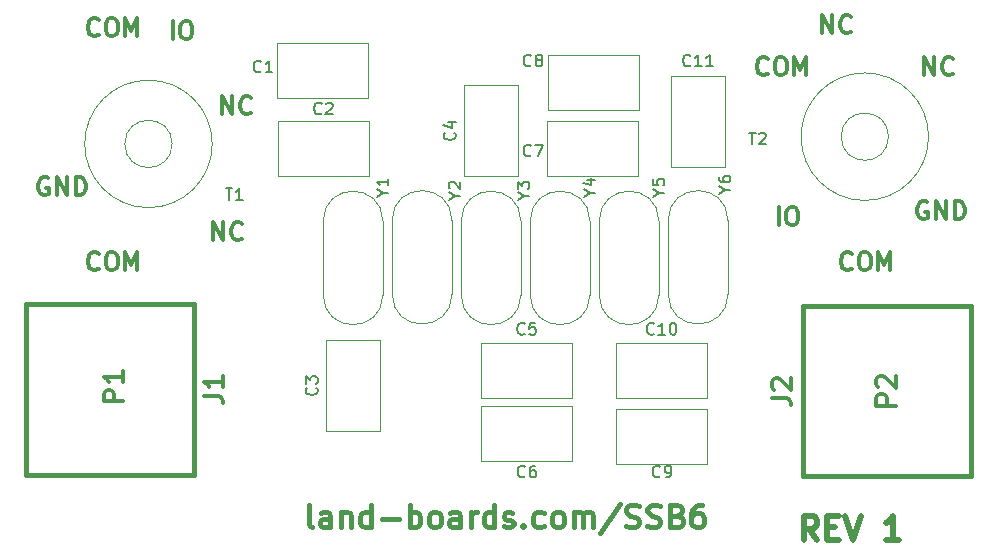
<source format=gbr>
G04 #@! TF.GenerationSoftware,KiCad,Pcbnew,(5.1.10)-1*
G04 #@! TF.CreationDate,2021-08-30T15:41:29-04:00*
G04 #@! TF.ProjectId,SSB6,53534236-2e6b-4696-9361-645f70636258,1*
G04 #@! TF.SameCoordinates,Original*
G04 #@! TF.FileFunction,Legend,Top*
G04 #@! TF.FilePolarity,Positive*
%FSLAX46Y46*%
G04 Gerber Fmt 4.6, Leading zero omitted, Abs format (unit mm)*
G04 Created by KiCad (PCBNEW (5.1.10)-1) date 2021-08-30 15:41:29*
%MOMM*%
%LPD*%
G01*
G04 APERTURE LIST*
%ADD10C,0.304800*%
%ADD11C,0.500000*%
%ADD12C,0.412750*%
%ADD13C,0.381000*%
%ADD14C,0.120000*%
%ADD15C,0.150000*%
G04 APERTURE END LIST*
D10*
X48860571Y-55311828D02*
X48860571Y-53787828D01*
X49731428Y-55311828D01*
X49731428Y-53787828D01*
X51328000Y-55166685D02*
X51255428Y-55239257D01*
X51037714Y-55311828D01*
X50892571Y-55311828D01*
X50674857Y-55239257D01*
X50529714Y-55094114D01*
X50457142Y-54948971D01*
X50384571Y-54658685D01*
X50384571Y-54440971D01*
X50457142Y-54150685D01*
X50529714Y-54005542D01*
X50674857Y-53860400D01*
X50892571Y-53787828D01*
X51037714Y-53787828D01*
X51255428Y-53860400D01*
X51328000Y-53932971D01*
X48098571Y-65979828D02*
X48098571Y-64455828D01*
X48969428Y-65979828D01*
X48969428Y-64455828D01*
X50566000Y-65834685D02*
X50493428Y-65907257D01*
X50275714Y-65979828D01*
X50130571Y-65979828D01*
X49912857Y-65907257D01*
X49767714Y-65762114D01*
X49695142Y-65616971D01*
X49622571Y-65326685D01*
X49622571Y-65108971D01*
X49695142Y-64818685D01*
X49767714Y-64673542D01*
X49912857Y-64528400D01*
X50130571Y-64455828D01*
X50275714Y-64455828D01*
X50493428Y-64528400D01*
X50566000Y-64600971D01*
X99660571Y-48453828D02*
X99660571Y-46929828D01*
X100531428Y-48453828D01*
X100531428Y-46929828D01*
X102128000Y-48308685D02*
X102055428Y-48381257D01*
X101837714Y-48453828D01*
X101692571Y-48453828D01*
X101474857Y-48381257D01*
X101329714Y-48236114D01*
X101257142Y-48090971D01*
X101184571Y-47800685D01*
X101184571Y-47582971D01*
X101257142Y-47292685D01*
X101329714Y-47147542D01*
X101474857Y-47002400D01*
X101692571Y-46929828D01*
X101837714Y-46929828D01*
X102055428Y-47002400D01*
X102128000Y-47074971D01*
X108296571Y-52009828D02*
X108296571Y-50485828D01*
X109167428Y-52009828D01*
X109167428Y-50485828D01*
X110764000Y-51864685D02*
X110691428Y-51937257D01*
X110473714Y-52009828D01*
X110328571Y-52009828D01*
X110110857Y-51937257D01*
X109965714Y-51792114D01*
X109893142Y-51646971D01*
X109820571Y-51356685D01*
X109820571Y-51138971D01*
X109893142Y-50848685D01*
X109965714Y-50703542D01*
X110110857Y-50558400D01*
X110328571Y-50485828D01*
X110473714Y-50485828D01*
X110691428Y-50558400D01*
X110764000Y-50630971D01*
X34164857Y-60718400D02*
X34019714Y-60645828D01*
X33802000Y-60645828D01*
X33584285Y-60718400D01*
X33439142Y-60863542D01*
X33366571Y-61008685D01*
X33294000Y-61298971D01*
X33294000Y-61516685D01*
X33366571Y-61806971D01*
X33439142Y-61952114D01*
X33584285Y-62097257D01*
X33802000Y-62169828D01*
X33947142Y-62169828D01*
X34164857Y-62097257D01*
X34237428Y-62024685D01*
X34237428Y-61516685D01*
X33947142Y-61516685D01*
X34890571Y-62169828D02*
X34890571Y-60645828D01*
X35761428Y-62169828D01*
X35761428Y-60645828D01*
X36487142Y-62169828D02*
X36487142Y-60645828D01*
X36850000Y-60645828D01*
X37067714Y-60718400D01*
X37212857Y-60863542D01*
X37285428Y-61008685D01*
X37358000Y-61298971D01*
X37358000Y-61516685D01*
X37285428Y-61806971D01*
X37212857Y-61952114D01*
X37067714Y-62097257D01*
X36850000Y-62169828D01*
X36487142Y-62169828D01*
X44687714Y-48961828D02*
X44687714Y-47437828D01*
X45703714Y-47437828D02*
X45994000Y-47437828D01*
X46139142Y-47510400D01*
X46284285Y-47655542D01*
X46356857Y-47945828D01*
X46356857Y-48453828D01*
X46284285Y-48744114D01*
X46139142Y-48889257D01*
X45994000Y-48961828D01*
X45703714Y-48961828D01*
X45558571Y-48889257D01*
X45413428Y-48744114D01*
X45340857Y-48453828D01*
X45340857Y-47945828D01*
X45413428Y-47655542D01*
X45558571Y-47510400D01*
X45703714Y-47437828D01*
X38446571Y-68374685D02*
X38374000Y-68447257D01*
X38156285Y-68519828D01*
X38011142Y-68519828D01*
X37793428Y-68447257D01*
X37648285Y-68302114D01*
X37575714Y-68156971D01*
X37503142Y-67866685D01*
X37503142Y-67648971D01*
X37575714Y-67358685D01*
X37648285Y-67213542D01*
X37793428Y-67068400D01*
X38011142Y-66995828D01*
X38156285Y-66995828D01*
X38374000Y-67068400D01*
X38446571Y-67140971D01*
X39390000Y-66995828D02*
X39680285Y-66995828D01*
X39825428Y-67068400D01*
X39970571Y-67213542D01*
X40043142Y-67503828D01*
X40043142Y-68011828D01*
X39970571Y-68302114D01*
X39825428Y-68447257D01*
X39680285Y-68519828D01*
X39390000Y-68519828D01*
X39244857Y-68447257D01*
X39099714Y-68302114D01*
X39027142Y-68011828D01*
X39027142Y-67503828D01*
X39099714Y-67213542D01*
X39244857Y-67068400D01*
X39390000Y-66995828D01*
X40696285Y-68519828D02*
X40696285Y-66995828D01*
X41204285Y-68084400D01*
X41712285Y-66995828D01*
X41712285Y-68519828D01*
X38446571Y-48562685D02*
X38374000Y-48635257D01*
X38156285Y-48707828D01*
X38011142Y-48707828D01*
X37793428Y-48635257D01*
X37648285Y-48490114D01*
X37575714Y-48344971D01*
X37503142Y-48054685D01*
X37503142Y-47836971D01*
X37575714Y-47546685D01*
X37648285Y-47401542D01*
X37793428Y-47256400D01*
X38011142Y-47183828D01*
X38156285Y-47183828D01*
X38374000Y-47256400D01*
X38446571Y-47328971D01*
X39390000Y-47183828D02*
X39680285Y-47183828D01*
X39825428Y-47256400D01*
X39970571Y-47401542D01*
X40043142Y-47691828D01*
X40043142Y-48199828D01*
X39970571Y-48490114D01*
X39825428Y-48635257D01*
X39680285Y-48707828D01*
X39390000Y-48707828D01*
X39244857Y-48635257D01*
X39099714Y-48490114D01*
X39027142Y-48199828D01*
X39027142Y-47691828D01*
X39099714Y-47401542D01*
X39244857Y-47256400D01*
X39390000Y-47183828D01*
X40696285Y-48707828D02*
X40696285Y-47183828D01*
X41204285Y-48272400D01*
X41712285Y-47183828D01*
X41712285Y-48707828D01*
X95088571Y-51864685D02*
X95016000Y-51937257D01*
X94798285Y-52009828D01*
X94653142Y-52009828D01*
X94435428Y-51937257D01*
X94290285Y-51792114D01*
X94217714Y-51646971D01*
X94145142Y-51356685D01*
X94145142Y-51138971D01*
X94217714Y-50848685D01*
X94290285Y-50703542D01*
X94435428Y-50558400D01*
X94653142Y-50485828D01*
X94798285Y-50485828D01*
X95016000Y-50558400D01*
X95088571Y-50630971D01*
X96032000Y-50485828D02*
X96322285Y-50485828D01*
X96467428Y-50558400D01*
X96612571Y-50703542D01*
X96685142Y-50993828D01*
X96685142Y-51501828D01*
X96612571Y-51792114D01*
X96467428Y-51937257D01*
X96322285Y-52009828D01*
X96032000Y-52009828D01*
X95886857Y-51937257D01*
X95741714Y-51792114D01*
X95669142Y-51501828D01*
X95669142Y-50993828D01*
X95741714Y-50703542D01*
X95886857Y-50558400D01*
X96032000Y-50485828D01*
X97338285Y-52009828D02*
X97338285Y-50485828D01*
X97846285Y-51574400D01*
X98354285Y-50485828D01*
X98354285Y-52009828D01*
X95995714Y-64709828D02*
X95995714Y-63185828D01*
X97011714Y-63185828D02*
X97302000Y-63185828D01*
X97447142Y-63258400D01*
X97592285Y-63403542D01*
X97664857Y-63693828D01*
X97664857Y-64201828D01*
X97592285Y-64492114D01*
X97447142Y-64637257D01*
X97302000Y-64709828D01*
X97011714Y-64709828D01*
X96866571Y-64637257D01*
X96721428Y-64492114D01*
X96648857Y-64201828D01*
X96648857Y-63693828D01*
X96721428Y-63403542D01*
X96866571Y-63258400D01*
X97011714Y-63185828D01*
X102200571Y-68374685D02*
X102128000Y-68447257D01*
X101910285Y-68519828D01*
X101765142Y-68519828D01*
X101547428Y-68447257D01*
X101402285Y-68302114D01*
X101329714Y-68156971D01*
X101257142Y-67866685D01*
X101257142Y-67648971D01*
X101329714Y-67358685D01*
X101402285Y-67213542D01*
X101547428Y-67068400D01*
X101765142Y-66995828D01*
X101910285Y-66995828D01*
X102128000Y-67068400D01*
X102200571Y-67140971D01*
X103144000Y-66995828D02*
X103434285Y-66995828D01*
X103579428Y-67068400D01*
X103724571Y-67213542D01*
X103797142Y-67503828D01*
X103797142Y-68011828D01*
X103724571Y-68302114D01*
X103579428Y-68447257D01*
X103434285Y-68519828D01*
X103144000Y-68519828D01*
X102998857Y-68447257D01*
X102853714Y-68302114D01*
X102781142Y-68011828D01*
X102781142Y-67503828D01*
X102853714Y-67213542D01*
X102998857Y-67068400D01*
X103144000Y-66995828D01*
X104450285Y-68519828D02*
X104450285Y-66995828D01*
X104958285Y-68084400D01*
X105466285Y-66995828D01*
X105466285Y-68519828D01*
X108586857Y-62750400D02*
X108441714Y-62677828D01*
X108224000Y-62677828D01*
X108006285Y-62750400D01*
X107861142Y-62895542D01*
X107788571Y-63040685D01*
X107716000Y-63330971D01*
X107716000Y-63548685D01*
X107788571Y-63838971D01*
X107861142Y-63984114D01*
X108006285Y-64129257D01*
X108224000Y-64201828D01*
X108369142Y-64201828D01*
X108586857Y-64129257D01*
X108659428Y-64056685D01*
X108659428Y-63548685D01*
X108369142Y-63548685D01*
X109312571Y-64201828D02*
X109312571Y-62677828D01*
X110183428Y-64201828D01*
X110183428Y-62677828D01*
X110909142Y-64201828D02*
X110909142Y-62677828D01*
X111272000Y-62677828D01*
X111489714Y-62750400D01*
X111634857Y-62895542D01*
X111707428Y-63040685D01*
X111780000Y-63330971D01*
X111780000Y-63548685D01*
X111707428Y-63838971D01*
X111634857Y-63984114D01*
X111489714Y-64129257D01*
X111272000Y-64201828D01*
X110909142Y-64201828D01*
D11*
X99270857Y-91341161D02*
X98604190Y-90388780D01*
X98128000Y-91341161D02*
X98128000Y-89341161D01*
X98889904Y-89341161D01*
X99080380Y-89436400D01*
X99175619Y-89531638D01*
X99270857Y-89722114D01*
X99270857Y-90007828D01*
X99175619Y-90198304D01*
X99080380Y-90293542D01*
X98889904Y-90388780D01*
X98128000Y-90388780D01*
X100128000Y-90293542D02*
X100794666Y-90293542D01*
X101080380Y-91341161D02*
X100128000Y-91341161D01*
X100128000Y-89341161D01*
X101080380Y-89341161D01*
X101651809Y-89341161D02*
X102318476Y-91341161D01*
X102985142Y-89341161D01*
X106223238Y-91341161D02*
X105080380Y-91341161D01*
X105651809Y-91341161D02*
X105651809Y-89341161D01*
X105461333Y-89626876D01*
X105270857Y-89817352D01*
X105080380Y-89912590D01*
D12*
X56498714Y-90282185D02*
X56317285Y-90191471D01*
X56226571Y-90010042D01*
X56226571Y-88377185D01*
X58040857Y-90282185D02*
X58040857Y-89284328D01*
X57950142Y-89102900D01*
X57768714Y-89012185D01*
X57405857Y-89012185D01*
X57224428Y-89102900D01*
X58040857Y-90191471D02*
X57859428Y-90282185D01*
X57405857Y-90282185D01*
X57224428Y-90191471D01*
X57133714Y-90010042D01*
X57133714Y-89828614D01*
X57224428Y-89647185D01*
X57405857Y-89556471D01*
X57859428Y-89556471D01*
X58040857Y-89465757D01*
X58948000Y-89012185D02*
X58948000Y-90282185D01*
X58948000Y-89193614D02*
X59038714Y-89102900D01*
X59220142Y-89012185D01*
X59492285Y-89012185D01*
X59673714Y-89102900D01*
X59764428Y-89284328D01*
X59764428Y-90282185D01*
X61488000Y-90282185D02*
X61488000Y-88377185D01*
X61488000Y-90191471D02*
X61306571Y-90282185D01*
X60943714Y-90282185D01*
X60762285Y-90191471D01*
X60671571Y-90100757D01*
X60580857Y-89919328D01*
X60580857Y-89375042D01*
X60671571Y-89193614D01*
X60762285Y-89102900D01*
X60943714Y-89012185D01*
X61306571Y-89012185D01*
X61488000Y-89102900D01*
X62395142Y-89556471D02*
X63846571Y-89556471D01*
X64753714Y-90282185D02*
X64753714Y-88377185D01*
X64753714Y-89102900D02*
X64935142Y-89012185D01*
X65298000Y-89012185D01*
X65479428Y-89102900D01*
X65570142Y-89193614D01*
X65660857Y-89375042D01*
X65660857Y-89919328D01*
X65570142Y-90100757D01*
X65479428Y-90191471D01*
X65298000Y-90282185D01*
X64935142Y-90282185D01*
X64753714Y-90191471D01*
X66749428Y-90282185D02*
X66568000Y-90191471D01*
X66477285Y-90100757D01*
X66386571Y-89919328D01*
X66386571Y-89375042D01*
X66477285Y-89193614D01*
X66568000Y-89102900D01*
X66749428Y-89012185D01*
X67021571Y-89012185D01*
X67203000Y-89102900D01*
X67293714Y-89193614D01*
X67384428Y-89375042D01*
X67384428Y-89919328D01*
X67293714Y-90100757D01*
X67203000Y-90191471D01*
X67021571Y-90282185D01*
X66749428Y-90282185D01*
X69017285Y-90282185D02*
X69017285Y-89284328D01*
X68926571Y-89102900D01*
X68745142Y-89012185D01*
X68382285Y-89012185D01*
X68200857Y-89102900D01*
X69017285Y-90191471D02*
X68835857Y-90282185D01*
X68382285Y-90282185D01*
X68200857Y-90191471D01*
X68110142Y-90010042D01*
X68110142Y-89828614D01*
X68200857Y-89647185D01*
X68382285Y-89556471D01*
X68835857Y-89556471D01*
X69017285Y-89465757D01*
X69924428Y-90282185D02*
X69924428Y-89012185D01*
X69924428Y-89375042D02*
X70015142Y-89193614D01*
X70105857Y-89102900D01*
X70287285Y-89012185D01*
X70468714Y-89012185D01*
X71920142Y-90282185D02*
X71920142Y-88377185D01*
X71920142Y-90191471D02*
X71738714Y-90282185D01*
X71375857Y-90282185D01*
X71194428Y-90191471D01*
X71103714Y-90100757D01*
X71013000Y-89919328D01*
X71013000Y-89375042D01*
X71103714Y-89193614D01*
X71194428Y-89102900D01*
X71375857Y-89012185D01*
X71738714Y-89012185D01*
X71920142Y-89102900D01*
X72736571Y-90191471D02*
X72918000Y-90282185D01*
X73280857Y-90282185D01*
X73462285Y-90191471D01*
X73553000Y-90010042D01*
X73553000Y-89919328D01*
X73462285Y-89737900D01*
X73280857Y-89647185D01*
X73008714Y-89647185D01*
X72827285Y-89556471D01*
X72736571Y-89375042D01*
X72736571Y-89284328D01*
X72827285Y-89102900D01*
X73008714Y-89012185D01*
X73280857Y-89012185D01*
X73462285Y-89102900D01*
X74369428Y-90100757D02*
X74460142Y-90191471D01*
X74369428Y-90282185D01*
X74278714Y-90191471D01*
X74369428Y-90100757D01*
X74369428Y-90282185D01*
X76093000Y-90191471D02*
X75911571Y-90282185D01*
X75548714Y-90282185D01*
X75367285Y-90191471D01*
X75276571Y-90100757D01*
X75185857Y-89919328D01*
X75185857Y-89375042D01*
X75276571Y-89193614D01*
X75367285Y-89102900D01*
X75548714Y-89012185D01*
X75911571Y-89012185D01*
X76093000Y-89102900D01*
X77181571Y-90282185D02*
X77000142Y-90191471D01*
X76909428Y-90100757D01*
X76818714Y-89919328D01*
X76818714Y-89375042D01*
X76909428Y-89193614D01*
X77000142Y-89102900D01*
X77181571Y-89012185D01*
X77453714Y-89012185D01*
X77635142Y-89102900D01*
X77725857Y-89193614D01*
X77816571Y-89375042D01*
X77816571Y-89919328D01*
X77725857Y-90100757D01*
X77635142Y-90191471D01*
X77453714Y-90282185D01*
X77181571Y-90282185D01*
X78633000Y-90282185D02*
X78633000Y-89012185D01*
X78633000Y-89193614D02*
X78723714Y-89102900D01*
X78905142Y-89012185D01*
X79177285Y-89012185D01*
X79358714Y-89102900D01*
X79449428Y-89284328D01*
X79449428Y-90282185D01*
X79449428Y-89284328D02*
X79540142Y-89102900D01*
X79721571Y-89012185D01*
X79993714Y-89012185D01*
X80175142Y-89102900D01*
X80265857Y-89284328D01*
X80265857Y-90282185D01*
X82533714Y-88286471D02*
X80900857Y-90735757D01*
X83078000Y-90191471D02*
X83350142Y-90282185D01*
X83803714Y-90282185D01*
X83985142Y-90191471D01*
X84075857Y-90100757D01*
X84166571Y-89919328D01*
X84166571Y-89737900D01*
X84075857Y-89556471D01*
X83985142Y-89465757D01*
X83803714Y-89375042D01*
X83440857Y-89284328D01*
X83259428Y-89193614D01*
X83168714Y-89102900D01*
X83078000Y-88921471D01*
X83078000Y-88740042D01*
X83168714Y-88558614D01*
X83259428Y-88467900D01*
X83440857Y-88377185D01*
X83894428Y-88377185D01*
X84166571Y-88467900D01*
X84892285Y-90191471D02*
X85164428Y-90282185D01*
X85618000Y-90282185D01*
X85799428Y-90191471D01*
X85890142Y-90100757D01*
X85980857Y-89919328D01*
X85980857Y-89737900D01*
X85890142Y-89556471D01*
X85799428Y-89465757D01*
X85618000Y-89375042D01*
X85255142Y-89284328D01*
X85073714Y-89193614D01*
X84983000Y-89102900D01*
X84892285Y-88921471D01*
X84892285Y-88740042D01*
X84983000Y-88558614D01*
X85073714Y-88467900D01*
X85255142Y-88377185D01*
X85708714Y-88377185D01*
X85980857Y-88467900D01*
X87432285Y-89284328D02*
X87704428Y-89375042D01*
X87795142Y-89465757D01*
X87885857Y-89647185D01*
X87885857Y-89919328D01*
X87795142Y-90100757D01*
X87704428Y-90191471D01*
X87523000Y-90282185D01*
X86797285Y-90282185D01*
X86797285Y-88377185D01*
X87432285Y-88377185D01*
X87613714Y-88467900D01*
X87704428Y-88558614D01*
X87795142Y-88740042D01*
X87795142Y-88921471D01*
X87704428Y-89102900D01*
X87613714Y-89193614D01*
X87432285Y-89284328D01*
X86797285Y-89284328D01*
X89518714Y-88377185D02*
X89155857Y-88377185D01*
X88974428Y-88467900D01*
X88883714Y-88558614D01*
X88702285Y-88830757D01*
X88611571Y-89193614D01*
X88611571Y-89919328D01*
X88702285Y-90100757D01*
X88793000Y-90191471D01*
X88974428Y-90282185D01*
X89337285Y-90282185D01*
X89518714Y-90191471D01*
X89609428Y-90100757D01*
X89700142Y-89919328D01*
X89700142Y-89465757D01*
X89609428Y-89284328D01*
X89518714Y-89193614D01*
X89337285Y-89102900D01*
X88974428Y-89102900D01*
X88793000Y-89193614D01*
X88702285Y-89284328D01*
X88611571Y-89465757D01*
D13*
X46494380Y-85813600D02*
X46494380Y-71414340D01*
X32275460Y-71414340D02*
X46476600Y-71414340D01*
X32280540Y-85818680D02*
X32280540Y-71419420D01*
X46476600Y-85813600D02*
X32275460Y-85813600D01*
X98089400Y-71564200D02*
X112290540Y-71564200D01*
X112285460Y-71559120D02*
X112285460Y-85958380D01*
X112290540Y-85963460D02*
X98089400Y-85963460D01*
X98071620Y-71564200D02*
X98071620Y-85963460D01*
D14*
X61254000Y-49253400D02*
X61254000Y-53895400D01*
X53514000Y-49253400D02*
X53514000Y-53895400D01*
X53514000Y-53895400D02*
X61254000Y-53895400D01*
X53514000Y-49253400D02*
X61254000Y-49253400D01*
X61334000Y-60499400D02*
X53594000Y-60499400D01*
X61334000Y-55857400D02*
X53594000Y-55857400D01*
X61334000Y-60499400D02*
X61334000Y-55857400D01*
X53594000Y-60499400D02*
X53594000Y-55857400D01*
X57643000Y-74414400D02*
X62285000Y-74414400D01*
X57643000Y-82154400D02*
X62285000Y-82154400D01*
X62285000Y-82154400D02*
X62285000Y-74414400D01*
X57643000Y-82154400D02*
X57643000Y-74414400D01*
X69327000Y-52824400D02*
X73969000Y-52824400D01*
X69327000Y-60564400D02*
X73969000Y-60564400D01*
X73969000Y-60564400D02*
X73969000Y-52824400D01*
X69327000Y-60564400D02*
X69327000Y-52824400D01*
X70786000Y-74653400D02*
X78526000Y-74653400D01*
X70786000Y-79295400D02*
X78526000Y-79295400D01*
X70786000Y-74653400D02*
X70786000Y-79295400D01*
X78526000Y-74653400D02*
X78526000Y-79295400D01*
X70786000Y-79987400D02*
X78526000Y-79987400D01*
X70786000Y-84629400D02*
X78526000Y-84629400D01*
X70786000Y-79987400D02*
X70786000Y-84629400D01*
X78526000Y-79987400D02*
X78526000Y-84629400D01*
X76374000Y-55857400D02*
X84114000Y-55857400D01*
X76374000Y-60499400D02*
X84114000Y-60499400D01*
X76374000Y-55857400D02*
X76374000Y-60499400D01*
X84114000Y-55857400D02*
X84114000Y-60499400D01*
X76454000Y-54911400D02*
X76454000Y-50269400D01*
X84194000Y-54911400D02*
X84194000Y-50269400D01*
X84194000Y-50269400D02*
X76454000Y-50269400D01*
X84194000Y-54911400D02*
X76454000Y-54911400D01*
X89956000Y-80241400D02*
X89956000Y-84883400D01*
X82216000Y-80241400D02*
X82216000Y-84883400D01*
X82216000Y-84883400D02*
X89956000Y-84883400D01*
X82216000Y-80241400D02*
X89956000Y-80241400D01*
X89956000Y-74653400D02*
X89956000Y-79295400D01*
X82216000Y-74653400D02*
X82216000Y-79295400D01*
X82216000Y-79295400D02*
X89956000Y-79295400D01*
X82216000Y-74653400D02*
X89956000Y-74653400D01*
X86853000Y-59802400D02*
X86853000Y-52062400D01*
X91495000Y-59802400D02*
X91495000Y-52062400D01*
X86853000Y-59802400D02*
X91495000Y-59802400D01*
X86853000Y-52062400D02*
X91495000Y-52062400D01*
X57439000Y-64351400D02*
X57439000Y-70601400D01*
X62489000Y-64351400D02*
X62489000Y-70601400D01*
X57439000Y-64351400D02*
G75*
G02*
X62489000Y-64351400I2525000J0D01*
G01*
X57439000Y-70601400D02*
G75*
G03*
X62489000Y-70601400I2525000J0D01*
G01*
X69123000Y-64351400D02*
X69123000Y-70601400D01*
X74173000Y-64351400D02*
X74173000Y-70601400D01*
X69123000Y-64351400D02*
G75*
G02*
X74173000Y-64351400I2525000J0D01*
G01*
X69123000Y-70601400D02*
G75*
G03*
X74173000Y-70601400I2525000J0D01*
G01*
X80015000Y-64351400D02*
X80015000Y-70601400D01*
X74965000Y-64351400D02*
X74965000Y-70601400D01*
X74965000Y-70601400D02*
G75*
G03*
X80015000Y-70601400I2525000J0D01*
G01*
X74965000Y-64351400D02*
G75*
G02*
X80015000Y-64351400I2525000J0D01*
G01*
X80807000Y-64351400D02*
X80807000Y-70601400D01*
X85857000Y-64351400D02*
X85857000Y-70601400D01*
X80807000Y-64351400D02*
G75*
G02*
X85857000Y-64351400I2525000J0D01*
G01*
X80807000Y-70601400D02*
G75*
G03*
X85857000Y-70601400I2525000J0D01*
G01*
X86649000Y-70547400D02*
X86649000Y-64297400D01*
X91699000Y-70547400D02*
X91699000Y-64297400D01*
X91699000Y-64297400D02*
G75*
G03*
X86649000Y-64297400I-2525000J0D01*
G01*
X91699000Y-70547400D02*
G75*
G02*
X86649000Y-70547400I-2525000J0D01*
G01*
X68331000Y-70547400D02*
X68331000Y-64297400D01*
X63281000Y-70547400D02*
X63281000Y-64297400D01*
X68331000Y-70547400D02*
G75*
G02*
X63281000Y-70547400I-2525000J0D01*
G01*
X68331000Y-64297400D02*
G75*
G03*
X63281000Y-64297400I-2525000J0D01*
G01*
X44646498Y-57820400D02*
G75*
G03*
X44646498Y-57820400I-2002498J0D01*
G01*
X48044000Y-57820400D02*
G75*
G03*
X48044000Y-57820400I-5400000J0D01*
G01*
X108694000Y-57210400D02*
G75*
G03*
X108694000Y-57210400I-5400000J0D01*
G01*
X105296498Y-57210400D02*
G75*
G03*
X105296498Y-57210400I-2002498J0D01*
G01*
D10*
X47337780Y-79150333D02*
X48517066Y-79150333D01*
X48752923Y-79228952D01*
X48910161Y-79386190D01*
X48988780Y-79622047D01*
X48988780Y-79779285D01*
X48988780Y-77499333D02*
X48988780Y-78442761D01*
X48988780Y-77971047D02*
X47337780Y-77971047D01*
X47573638Y-78128285D01*
X47730876Y-78285523D01*
X47809495Y-78442761D01*
X95419980Y-79328133D02*
X96599266Y-79328133D01*
X96835123Y-79406752D01*
X96992361Y-79563990D01*
X97070980Y-79799847D01*
X97070980Y-79957085D01*
X95577219Y-78620561D02*
X95498600Y-78541942D01*
X95419980Y-78384704D01*
X95419980Y-77991609D01*
X95498600Y-77834371D01*
X95577219Y-77755752D01*
X95734457Y-77677133D01*
X95891695Y-77677133D01*
X96127552Y-77755752D01*
X97070980Y-78699180D01*
X97070980Y-77677133D01*
X40517880Y-79589995D02*
X38866880Y-79589995D01*
X38866880Y-78961042D01*
X38945500Y-78803804D01*
X39024119Y-78725185D01*
X39181357Y-78646566D01*
X39417214Y-78646566D01*
X39574452Y-78725185D01*
X39653071Y-78803804D01*
X39731690Y-78961042D01*
X39731690Y-79589995D01*
X40517880Y-77074185D02*
X40517880Y-78017614D01*
X40517880Y-77545900D02*
X38866880Y-77545900D01*
X39102738Y-77703138D01*
X39259976Y-77860376D01*
X39338595Y-78017614D01*
X105922880Y-79970995D02*
X104271880Y-79970995D01*
X104271880Y-79342042D01*
X104350500Y-79184804D01*
X104429119Y-79106185D01*
X104586357Y-79027566D01*
X104822214Y-79027566D01*
X104979452Y-79106185D01*
X105058071Y-79184804D01*
X105136690Y-79342042D01*
X105136690Y-79970995D01*
X104429119Y-78398614D02*
X104350500Y-78319995D01*
X104271880Y-78162757D01*
X104271880Y-77769661D01*
X104350500Y-77612423D01*
X104429119Y-77533804D01*
X104586357Y-77455185D01*
X104743595Y-77455185D01*
X104979452Y-77533804D01*
X105922880Y-78477233D01*
X105922880Y-77455185D01*
D15*
X52177333Y-51677542D02*
X52129714Y-51725161D01*
X51986857Y-51772780D01*
X51891619Y-51772780D01*
X51748761Y-51725161D01*
X51653523Y-51629923D01*
X51605904Y-51534685D01*
X51558285Y-51344209D01*
X51558285Y-51201352D01*
X51605904Y-51010876D01*
X51653523Y-50915638D01*
X51748761Y-50820400D01*
X51891619Y-50772780D01*
X51986857Y-50772780D01*
X52129714Y-50820400D01*
X52177333Y-50868019D01*
X53129714Y-51772780D02*
X52558285Y-51772780D01*
X52844000Y-51772780D02*
X52844000Y-50772780D01*
X52748761Y-50915638D01*
X52653523Y-51010876D01*
X52558285Y-51058495D01*
X57297333Y-55233542D02*
X57249714Y-55281161D01*
X57106857Y-55328780D01*
X57011619Y-55328780D01*
X56868761Y-55281161D01*
X56773523Y-55185923D01*
X56725904Y-55090685D01*
X56678285Y-54900209D01*
X56678285Y-54757352D01*
X56725904Y-54566876D01*
X56773523Y-54471638D01*
X56868761Y-54376400D01*
X57011619Y-54328780D01*
X57106857Y-54328780D01*
X57249714Y-54376400D01*
X57297333Y-54424019D01*
X57678285Y-54424019D02*
X57725904Y-54376400D01*
X57821142Y-54328780D01*
X58059238Y-54328780D01*
X58154476Y-54376400D01*
X58202095Y-54424019D01*
X58249714Y-54519257D01*
X58249714Y-54614495D01*
X58202095Y-54757352D01*
X57630666Y-55328780D01*
X58249714Y-55328780D01*
X56871142Y-78451066D02*
X56918761Y-78498685D01*
X56966380Y-78641542D01*
X56966380Y-78736780D01*
X56918761Y-78879638D01*
X56823523Y-78974876D01*
X56728285Y-79022495D01*
X56537809Y-79070114D01*
X56394952Y-79070114D01*
X56204476Y-79022495D01*
X56109238Y-78974876D01*
X56014000Y-78879638D01*
X55966380Y-78736780D01*
X55966380Y-78641542D01*
X56014000Y-78498685D01*
X56061619Y-78451066D01*
X55966380Y-78117733D02*
X55966380Y-77498685D01*
X56347333Y-77832019D01*
X56347333Y-77689161D01*
X56394952Y-77593923D01*
X56442571Y-77546304D01*
X56537809Y-77498685D01*
X56775904Y-77498685D01*
X56871142Y-77546304D01*
X56918761Y-77593923D01*
X56966380Y-77689161D01*
X56966380Y-77974876D01*
X56918761Y-78070114D01*
X56871142Y-78117733D01*
X68555142Y-56861066D02*
X68602761Y-56908685D01*
X68650380Y-57051542D01*
X68650380Y-57146780D01*
X68602761Y-57289638D01*
X68507523Y-57384876D01*
X68412285Y-57432495D01*
X68221809Y-57480114D01*
X68078952Y-57480114D01*
X67888476Y-57432495D01*
X67793238Y-57384876D01*
X67698000Y-57289638D01*
X67650380Y-57146780D01*
X67650380Y-57051542D01*
X67698000Y-56908685D01*
X67745619Y-56861066D01*
X67983714Y-56003923D02*
X68650380Y-56003923D01*
X67602761Y-56242019D02*
X68317047Y-56480114D01*
X68317047Y-55861066D01*
X74489333Y-73881542D02*
X74441714Y-73929161D01*
X74298857Y-73976780D01*
X74203619Y-73976780D01*
X74060761Y-73929161D01*
X73965523Y-73833923D01*
X73917904Y-73738685D01*
X73870285Y-73548209D01*
X73870285Y-73405352D01*
X73917904Y-73214876D01*
X73965523Y-73119638D01*
X74060761Y-73024400D01*
X74203619Y-72976780D01*
X74298857Y-72976780D01*
X74441714Y-73024400D01*
X74489333Y-73072019D01*
X75394095Y-72976780D02*
X74917904Y-72976780D01*
X74870285Y-73452971D01*
X74917904Y-73405352D01*
X75013142Y-73357733D01*
X75251238Y-73357733D01*
X75346476Y-73405352D01*
X75394095Y-73452971D01*
X75441714Y-73548209D01*
X75441714Y-73786304D01*
X75394095Y-73881542D01*
X75346476Y-73929161D01*
X75251238Y-73976780D01*
X75013142Y-73976780D01*
X74917904Y-73929161D01*
X74870285Y-73881542D01*
X74529333Y-85967542D02*
X74481714Y-86015161D01*
X74338857Y-86062780D01*
X74243619Y-86062780D01*
X74100761Y-86015161D01*
X74005523Y-85919923D01*
X73957904Y-85824685D01*
X73910285Y-85634209D01*
X73910285Y-85491352D01*
X73957904Y-85300876D01*
X74005523Y-85205638D01*
X74100761Y-85110400D01*
X74243619Y-85062780D01*
X74338857Y-85062780D01*
X74481714Y-85110400D01*
X74529333Y-85158019D01*
X75386476Y-85062780D02*
X75196000Y-85062780D01*
X75100761Y-85110400D01*
X75053142Y-85158019D01*
X74957904Y-85300876D01*
X74910285Y-85491352D01*
X74910285Y-85872304D01*
X74957904Y-85967542D01*
X75005523Y-86015161D01*
X75100761Y-86062780D01*
X75291238Y-86062780D01*
X75386476Y-86015161D01*
X75434095Y-85967542D01*
X75481714Y-85872304D01*
X75481714Y-85634209D01*
X75434095Y-85538971D01*
X75386476Y-85491352D01*
X75291238Y-85443733D01*
X75100761Y-85443733D01*
X75005523Y-85491352D01*
X74957904Y-85538971D01*
X74910285Y-85634209D01*
X75037333Y-58789542D02*
X74989714Y-58837161D01*
X74846857Y-58884780D01*
X74751619Y-58884780D01*
X74608761Y-58837161D01*
X74513523Y-58741923D01*
X74465904Y-58646685D01*
X74418285Y-58456209D01*
X74418285Y-58313352D01*
X74465904Y-58122876D01*
X74513523Y-58027638D01*
X74608761Y-57932400D01*
X74751619Y-57884780D01*
X74846857Y-57884780D01*
X74989714Y-57932400D01*
X75037333Y-57980019D01*
X75370666Y-57884780D02*
X76037333Y-57884780D01*
X75608761Y-58884780D01*
X75037333Y-51169542D02*
X74989714Y-51217161D01*
X74846857Y-51264780D01*
X74751619Y-51264780D01*
X74608761Y-51217161D01*
X74513523Y-51121923D01*
X74465904Y-51026685D01*
X74418285Y-50836209D01*
X74418285Y-50693352D01*
X74465904Y-50502876D01*
X74513523Y-50407638D01*
X74608761Y-50312400D01*
X74751619Y-50264780D01*
X74846857Y-50264780D01*
X74989714Y-50312400D01*
X75037333Y-50360019D01*
X75608761Y-50693352D02*
X75513523Y-50645733D01*
X75465904Y-50598114D01*
X75418285Y-50502876D01*
X75418285Y-50455257D01*
X75465904Y-50360019D01*
X75513523Y-50312400D01*
X75608761Y-50264780D01*
X75799238Y-50264780D01*
X75894476Y-50312400D01*
X75942095Y-50360019D01*
X75989714Y-50455257D01*
X75989714Y-50502876D01*
X75942095Y-50598114D01*
X75894476Y-50645733D01*
X75799238Y-50693352D01*
X75608761Y-50693352D01*
X75513523Y-50740971D01*
X75465904Y-50788590D01*
X75418285Y-50883828D01*
X75418285Y-51074304D01*
X75465904Y-51169542D01*
X75513523Y-51217161D01*
X75608761Y-51264780D01*
X75799238Y-51264780D01*
X75894476Y-51217161D01*
X75942095Y-51169542D01*
X75989714Y-51074304D01*
X75989714Y-50883828D01*
X75942095Y-50788590D01*
X75894476Y-50740971D01*
X75799238Y-50693352D01*
X85959333Y-85967542D02*
X85911714Y-86015161D01*
X85768857Y-86062780D01*
X85673619Y-86062780D01*
X85530761Y-86015161D01*
X85435523Y-85919923D01*
X85387904Y-85824685D01*
X85340285Y-85634209D01*
X85340285Y-85491352D01*
X85387904Y-85300876D01*
X85435523Y-85205638D01*
X85530761Y-85110400D01*
X85673619Y-85062780D01*
X85768857Y-85062780D01*
X85911714Y-85110400D01*
X85959333Y-85158019D01*
X86435523Y-86062780D02*
X86626000Y-86062780D01*
X86721238Y-86015161D01*
X86768857Y-85967542D01*
X86864095Y-85824685D01*
X86911714Y-85634209D01*
X86911714Y-85253257D01*
X86864095Y-85158019D01*
X86816476Y-85110400D01*
X86721238Y-85062780D01*
X86530761Y-85062780D01*
X86435523Y-85110400D01*
X86387904Y-85158019D01*
X86340285Y-85253257D01*
X86340285Y-85491352D01*
X86387904Y-85586590D01*
X86435523Y-85634209D01*
X86530761Y-85681828D01*
X86721238Y-85681828D01*
X86816476Y-85634209D01*
X86864095Y-85586590D01*
X86911714Y-85491352D01*
X85443142Y-73881542D02*
X85395523Y-73929161D01*
X85252666Y-73976780D01*
X85157428Y-73976780D01*
X85014571Y-73929161D01*
X84919333Y-73833923D01*
X84871714Y-73738685D01*
X84824095Y-73548209D01*
X84824095Y-73405352D01*
X84871714Y-73214876D01*
X84919333Y-73119638D01*
X85014571Y-73024400D01*
X85157428Y-72976780D01*
X85252666Y-72976780D01*
X85395523Y-73024400D01*
X85443142Y-73072019D01*
X86395523Y-73976780D02*
X85824095Y-73976780D01*
X86109809Y-73976780D02*
X86109809Y-72976780D01*
X86014571Y-73119638D01*
X85919333Y-73214876D01*
X85824095Y-73262495D01*
X87014571Y-72976780D02*
X87109809Y-72976780D01*
X87205047Y-73024400D01*
X87252666Y-73072019D01*
X87300285Y-73167257D01*
X87347904Y-73357733D01*
X87347904Y-73595828D01*
X87300285Y-73786304D01*
X87252666Y-73881542D01*
X87205047Y-73929161D01*
X87109809Y-73976780D01*
X87014571Y-73976780D01*
X86919333Y-73929161D01*
X86871714Y-73881542D01*
X86824095Y-73786304D01*
X86776476Y-73595828D01*
X86776476Y-73357733D01*
X86824095Y-73167257D01*
X86871714Y-73072019D01*
X86919333Y-73024400D01*
X87014571Y-72976780D01*
X88531142Y-51169542D02*
X88483523Y-51217161D01*
X88340666Y-51264780D01*
X88245428Y-51264780D01*
X88102571Y-51217161D01*
X88007333Y-51121923D01*
X87959714Y-51026685D01*
X87912095Y-50836209D01*
X87912095Y-50693352D01*
X87959714Y-50502876D01*
X88007333Y-50407638D01*
X88102571Y-50312400D01*
X88245428Y-50264780D01*
X88340666Y-50264780D01*
X88483523Y-50312400D01*
X88531142Y-50360019D01*
X89483523Y-51264780D02*
X88912095Y-51264780D01*
X89197809Y-51264780D02*
X89197809Y-50264780D01*
X89102571Y-50407638D01*
X89007333Y-50502876D01*
X88912095Y-50550495D01*
X90435904Y-51264780D02*
X89864476Y-51264780D01*
X90150190Y-51264780D02*
X90150190Y-50264780D01*
X90054952Y-50407638D01*
X89959714Y-50502876D01*
X89864476Y-50550495D01*
X62480190Y-61956590D02*
X62956380Y-61956590D01*
X61956380Y-62289923D02*
X62480190Y-61956590D01*
X61956380Y-61623257D01*
X62956380Y-60766114D02*
X62956380Y-61337542D01*
X62956380Y-61051828D02*
X61956380Y-61051828D01*
X62099238Y-61147066D01*
X62194476Y-61242304D01*
X62242095Y-61337542D01*
X74418190Y-62210590D02*
X74894380Y-62210590D01*
X73894380Y-62543923D02*
X74418190Y-62210590D01*
X73894380Y-61877257D01*
X73894380Y-61639161D02*
X73894380Y-61020114D01*
X74275333Y-61353447D01*
X74275333Y-61210590D01*
X74322952Y-61115352D01*
X74370571Y-61067733D01*
X74465809Y-61020114D01*
X74703904Y-61020114D01*
X74799142Y-61067733D01*
X74846761Y-61115352D01*
X74894380Y-61210590D01*
X74894380Y-61496304D01*
X74846761Y-61591542D01*
X74799142Y-61639161D01*
X80006190Y-61956590D02*
X80482380Y-61956590D01*
X79482380Y-62289923D02*
X80006190Y-61956590D01*
X79482380Y-61623257D01*
X79815714Y-60861352D02*
X80482380Y-60861352D01*
X79434761Y-61099447D02*
X80149047Y-61337542D01*
X80149047Y-60718495D01*
X85848190Y-61956590D02*
X86324380Y-61956590D01*
X85324380Y-62289923D02*
X85848190Y-61956590D01*
X85324380Y-61623257D01*
X85324380Y-60813733D02*
X85324380Y-61289923D01*
X85800571Y-61337542D01*
X85752952Y-61289923D01*
X85705333Y-61194685D01*
X85705333Y-60956590D01*
X85752952Y-60861352D01*
X85800571Y-60813733D01*
X85895809Y-60766114D01*
X86133904Y-60766114D01*
X86229142Y-60813733D01*
X86276761Y-60861352D01*
X86324380Y-60956590D01*
X86324380Y-61194685D01*
X86276761Y-61289923D01*
X86229142Y-61337542D01*
X91436190Y-61702590D02*
X91912380Y-61702590D01*
X90912380Y-62035923D02*
X91436190Y-61702590D01*
X90912380Y-61369257D01*
X90912380Y-60607352D02*
X90912380Y-60797828D01*
X90960000Y-60893066D01*
X91007619Y-60940685D01*
X91150476Y-61035923D01*
X91340952Y-61083542D01*
X91721904Y-61083542D01*
X91817142Y-61035923D01*
X91864761Y-60988304D01*
X91912380Y-60893066D01*
X91912380Y-60702590D01*
X91864761Y-60607352D01*
X91817142Y-60559733D01*
X91721904Y-60512114D01*
X91483809Y-60512114D01*
X91388571Y-60559733D01*
X91340952Y-60607352D01*
X91293333Y-60702590D01*
X91293333Y-60893066D01*
X91340952Y-60988304D01*
X91388571Y-61035923D01*
X91483809Y-61083542D01*
X68576190Y-62210590D02*
X69052380Y-62210590D01*
X68052380Y-62543923D02*
X68576190Y-62210590D01*
X68052380Y-61877257D01*
X68147619Y-61591542D02*
X68100000Y-61543923D01*
X68052380Y-61448685D01*
X68052380Y-61210590D01*
X68100000Y-61115352D01*
X68147619Y-61067733D01*
X68242857Y-61020114D01*
X68338095Y-61020114D01*
X68480952Y-61067733D01*
X69052380Y-61639161D01*
X69052380Y-61020114D01*
X49182095Y-61572780D02*
X49753523Y-61572780D01*
X49467809Y-62572780D02*
X49467809Y-61572780D01*
X50610666Y-62572780D02*
X50039238Y-62572780D01*
X50324952Y-62572780D02*
X50324952Y-61572780D01*
X50229714Y-61715638D01*
X50134476Y-61810876D01*
X50039238Y-61858495D01*
X93492095Y-56868780D02*
X94063523Y-56868780D01*
X93777809Y-57868780D02*
X93777809Y-56868780D01*
X94349238Y-56964019D02*
X94396857Y-56916400D01*
X94492095Y-56868780D01*
X94730190Y-56868780D01*
X94825428Y-56916400D01*
X94873047Y-56964019D01*
X94920666Y-57059257D01*
X94920666Y-57154495D01*
X94873047Y-57297352D01*
X94301619Y-57868780D01*
X94920666Y-57868780D01*
M02*

</source>
